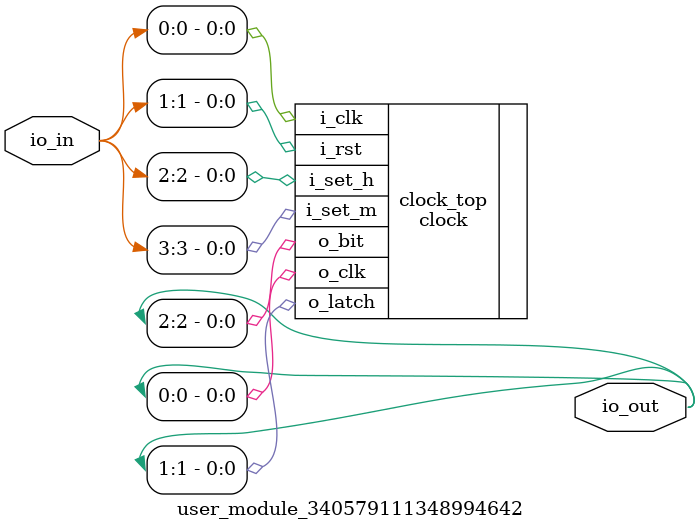
<source format=v>
`default_nettype none

module user_module_340579111348994642(
  input [7:0] io_in, 
  output [7:0] io_out
);

clock clock_top (
    .i_clk(io_in[0]),
    .i_rst(io_in[1]),
    .i_set_h(io_in[2]),
    .i_set_m(io_in[3]),
    .o_clk(io_out[0]),
    .o_latch(io_out[1]),
    .o_bit(io_out[2])
);

endmodule
</source>
